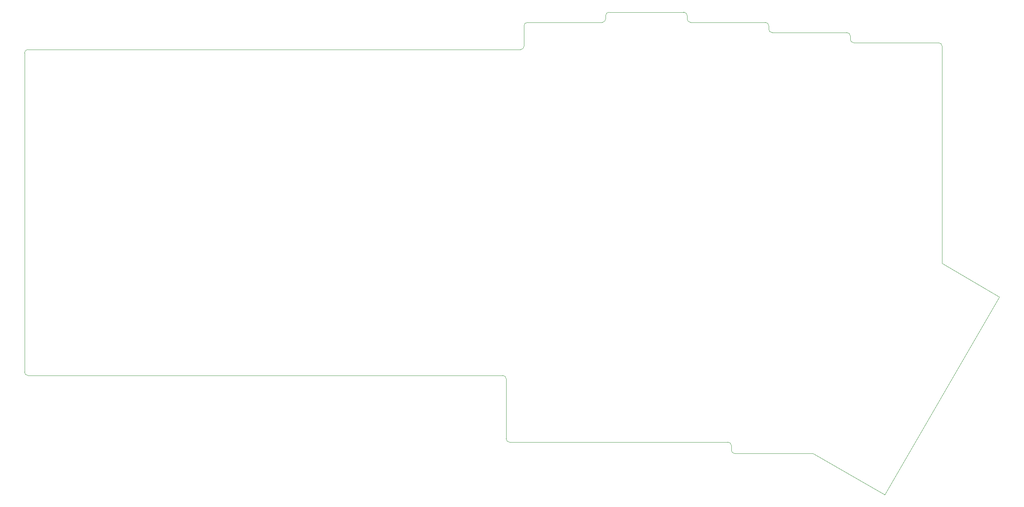
<source format=gbr>
%TF.GenerationSoftware,KiCad,Pcbnew,(5.1.9-0-10_14)*%
%TF.CreationDate,2021-04-26T22:37:03-05:00*%
%TF.ProjectId,wren-numpad-bottom,7772656e-2d6e-4756-9d70-61642d626f74,rev?*%
%TF.SameCoordinates,Original*%
%TF.FileFunction,Profile,NP*%
%FSLAX46Y46*%
G04 Gerber Fmt 4.6, Leading zero omitted, Abs format (unit mm)*
G04 Created by KiCad (PCBNEW (5.1.9-0-10_14)) date 2021-04-26 22:37:03*
%MOMM*%
%LPD*%
G01*
G04 APERTURE LIST*
%TA.AperFunction,Profile*%
%ADD10C,0.050000*%
%TD*%
G04 APERTURE END LIST*
D10*
X149028500Y-103187750D02*
X145274000Y-103187500D01*
X149822000Y-117983250D02*
X149822000Y-103981250D01*
X150615500Y-118776750D02*
X201612500Y-118776750D01*
X202406000Y-119570250D02*
X202406000Y-120650000D01*
X150615500Y-118776750D02*
G75*
G02*
X149822000Y-117983250I0J793500D01*
G01*
X251603000Y-76993750D02*
X251603000Y-26193750D01*
X265011000Y-84867750D02*
X251603000Y-76993750D01*
X238214000Y-131095750D02*
X265011000Y-84867750D01*
X221450000Y-121443750D02*
X238214000Y-131095750D01*
X203199500Y-121443500D02*
X221450000Y-121443750D01*
X203199500Y-121443500D02*
G75*
G02*
X202406000Y-120650000I0J793500D01*
G01*
X201612500Y-118776750D02*
G75*
G02*
X202406000Y-119570250I0J-793500D01*
G01*
X149028500Y-103187750D02*
G75*
G02*
X149822000Y-103981250I0J-793500D01*
G01*
X38151500Y-103187250D02*
X145274000Y-103187500D01*
X38151500Y-103187250D02*
G75*
G02*
X37358000Y-102393750I0J793500D01*
G01*
X37357750Y-27781250D02*
X37358000Y-102393750D01*
X37357750Y-27781250D02*
G75*
G02*
X38151500Y-26987500I793750J0D01*
G01*
X153209000Y-26987500D02*
X38151500Y-26987500D01*
X154002750Y-26193750D02*
G75*
G02*
X153209000Y-26987500I-793750J0D01*
G01*
X154002250Y-21431250D02*
X154002500Y-26193750D01*
X154002250Y-21431250D02*
G75*
G02*
X154796000Y-20637500I793750J0D01*
G01*
X172253000Y-20637500D02*
X154796000Y-20637500D01*
X173046750Y-19843750D02*
G75*
G02*
X172253000Y-20637500I-793750J0D01*
G01*
X173046250Y-19050000D02*
X173046500Y-19843750D01*
X173046250Y-19050000D02*
G75*
G02*
X173840000Y-18256250I793750J0D01*
G01*
X191297000Y-18256500D02*
X173840000Y-18256250D01*
X191297000Y-18256500D02*
G75*
G02*
X192090500Y-19050000I0J-793500D01*
G01*
X192090500Y-19843750D02*
X192090500Y-19050000D01*
X192884000Y-20637250D02*
G75*
G02*
X192090500Y-19843750I0J793500D01*
G01*
X210341000Y-20637750D02*
X192884000Y-20637500D01*
X210341000Y-20637750D02*
G75*
G02*
X211134500Y-21431250I0J-793500D01*
G01*
X211134500Y-22225000D02*
X211134500Y-21431250D01*
X211928000Y-23018500D02*
G75*
G02*
X211134500Y-22225000I0J793500D01*
G01*
X229385000Y-23019000D02*
X211928000Y-23018750D01*
X230178500Y-23812500D02*
X230178500Y-24606250D01*
X229385000Y-23019000D02*
G75*
G02*
X230178500Y-23812500I0J-793500D01*
G01*
X230972000Y-25399750D02*
G75*
G02*
X230178500Y-24606250I0J793500D01*
G01*
X250809500Y-25400250D02*
X230972000Y-25400000D01*
X250809500Y-25400250D02*
G75*
G02*
X251603000Y-26193750I0J-793500D01*
G01*
M02*

</source>
